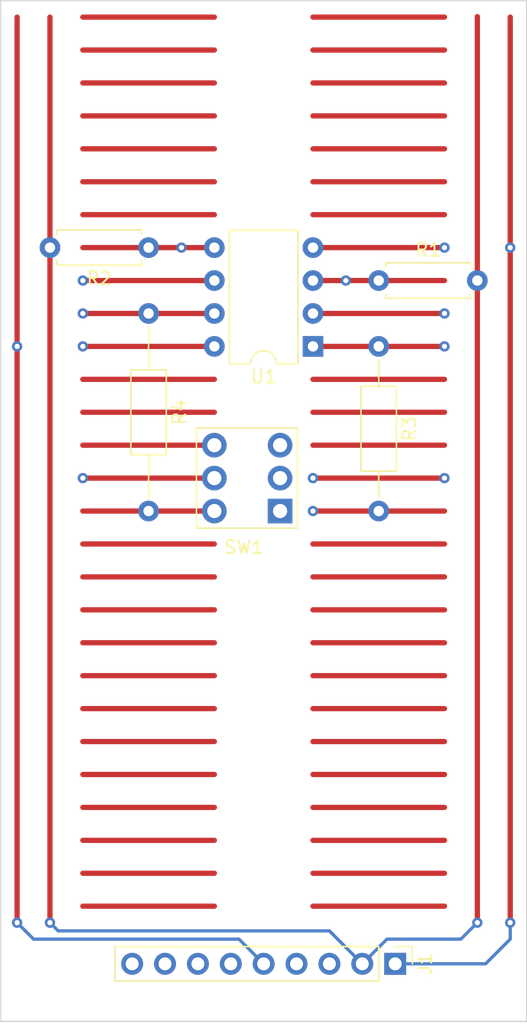
<source format=kicad_pcb>
(kicad_pcb (version 20211014) (generator pcbnew)
  (title_block (title "Bus Driver Prototype") (date "2022-05-28") (rev "1.0") (company "Len Popp") (comment 1 "Copyright © 2022 Len Popp CC BY") (comment 2 "Layout design for my custom Eurorack breadboard prototyping module"))
  (layers (0 "F.Cu" signal) (1 "In1.Cu" jumper "Wire1.Cu") (2 "In2.Cu" jumper "Wire2.Cu") (3 "In3.Cu" jumper "Wire3.Cu") (4 "In4.Cu" jumper "Wire4.Cu") (31 "B.Cu" signal) (34 "B.Paste" user) (35 "F.Paste" user) (36 "B.SilkS" user "B.Silkscreen") (37 "F.SilkS" user "F.Silkscreen") (38 "B.Mask" user) (39 "F.Mask" user) (44 "Edge.Cuts" user))
  (net 0 "")
  (net 1 "+12V")
  (net 2 "GND")
  (net 3 "-12V")
  (net 4 "+5V")
  (net 5 "BUS-GATE")
  (net 6 "BUS-CV")
  (net 8 "IN-GATE")
  (net 9 "IN-CV")
  (net 10 "OUT-CV")
  (net 11 "Net-(R3-Pad1)")
  (net 12 "OUT-GATE")
  (net 13 "Net-(R4-Pad1)")
  (net 15 "unconnected-(SW1-Pad6)")
  (footprint "Connector_PinHeader_2.54mm:PinHeader_1x09_P2.54mm_Vertical" (layer "F.Cu") (at 113.03 98.425 -90)
    (fp_text reference "J1" (at 0 -2.33 90) (layer "F.SilkS"))
    (fp_text value "Conn_01x09")
    (fp_line (start -1.33 21.65) (end 1.33 21.65) (layer "F.SilkS") (width 0.12))
    (fp_line (start -1.33 1.27) (end -1.33 21.65) (layer "F.SilkS") (width 0.12))
    (fp_line (start 1.33 1.27) (end 1.33 21.65) (layer "F.SilkS") (width 0.12))
    (fp_line (start -1.33 -1.33) (end 0 -1.33) (layer "F.SilkS") (width 0.12))
    (fp_line (start -1.33 1.27) (end 1.33 1.27) (layer "F.SilkS") (width 0.12))
    (fp_line (start -1.33 0) (end -1.33 -1.33) (layer "F.SilkS") (width 0.12))
    (pad "1" thru_hole rect locked (at 0 0 270) (size 1.7 1.7) (drill 1) (layers *.Cu *.Mask) (net 3 "-12V"))
    (pad "2" thru_hole oval locked (at 0 2.54 270) (size 1.7 1.7) (drill 1) (layers *.Cu *.Mask) (net 2 "GND"))
    (pad "3" thru_hole oval locked (at 0 5.08 270) (size 1.7 1.7) (drill 1) (layers *.Cu *.Mask) (net 8 "IN-GATE"))
    (pad "4" thru_hole oval locked (at 0 7.62 270) (size 1.7 1.7) (drill 1) (layers *.Cu *.Mask) (net 9 "IN-CV"))
    (pad "5" thru_hole oval locked (at 0 10.16 270) (size 1.7 1.7) (drill 1) (layers *.Cu *.Mask) (net 1 "+12V"))
    (pad "6" thru_hole oval locked (at 0 12.7 270) (size 1.7 1.7) (drill 1) (layers *.Cu *.Mask))
    (pad "7" thru_hole oval locked (at 0 15.24 270) (size 1.7 1.7) (drill 1) (layers *.Cu *.Mask) (net 4 "+5V"))
    (pad "8" thru_hole oval locked (at 0 17.78 270) (size 1.7 1.7) (drill 1) (layers *.Cu *.Mask) (net 6 "BUS-CV"))
    (pad "9" thru_hole oval locked (at 0 20.32 270) (size 1.7 1.7) (drill 1) (layers *.Cu *.Mask) (net 5 "BUS-GATE"))
  )
  (footprint "-lmp-stripboard:SB_Gen_5" (layer "F.Cu") (at 111.76 50.8 -90)
    (fp_text reference "R3" (at 6.35 -2.37 -90) (layer "F.SilkS"))
    (fp_text value "51R")
    (fp_line (start 9.62 1.37) (end 9.62 -1.37) (layer "F.SilkS") (width 0.12))
    (fp_line (start 9.62 -1.37) (end 3.08 -1.37) (layer "F.SilkS") (width 0.12))
    (fp_line (start 11.66 0) (end 9.62 0) (layer "F.SilkS") (width 0.12))
    (fp_line (start 3.08 1.37) (end 9.62 1.37) (layer "F.SilkS") (width 0.12))
    (fp_line (start 1.04 0) (end 3.08 0) (layer "F.SilkS") (width 0.12))
    (fp_line (start 3.08 -1.37) (end 3.08 1.37) (layer "F.SilkS") (width 0.12))
    (pad "1" thru_hole circle locked (at 0 0 270) (size 1.6 1.6) (drill 0.8) (layers *.Cu *.Mask) (net 11 "Net-(R3-Pad1)"))
    (pad "2" thru_hole oval locked (at 12.7 0 270) (size 1.6 1.6) (drill 0.8) (layers *.Cu *.Mask) (net 10 "OUT-CV"))
  )
  (footprint "-lmp-misc:SW_DPDT_THT_2.54" (layer "F.Cu") (at 104.14 63.5 180)
    (fp_text reference "SW1" (at 2.794 -2.794) (layer "F.SilkS"))
    (fp_text value "SW_DPDT")
    (fp_line (start -1.34112 6.4008) (end 6.46112 6.4008) (layer "F.SilkS") (width 0.12))
    (fp_line (start 6.46112 -1.3208) (end 6.46112 6.4008) (layer "F.SilkS") (width 0.12))
    (fp_line (start -1.34112 -1.3208) (end 6.46112 -1.3208) (layer "F.SilkS") (width 0.12))
    (fp_line (start -1.34112 6.4008) (end -1.34112 -1.3208) (layer "F.SilkS") (width 0.12))
    (pad "1" thru_hole rect (at 0 0 180) (size 1.905 1.905) (drill 1.0922) (layers *.Cu *.Mask) (net 10 "OUT-CV"))
    (pad "2" thru_hole circle (at 0 2.54 180) (size 1.905 1.905) (drill 1.0922) (layers *.Cu *.Mask) (net 6 "BUS-CV"))
    (pad "3" thru_hole circle (at 0 5.08 180) (size 1.905 1.905) (drill 1.0922) (layers *.Cu *.Mask))
    (pad "4" thru_hole circle (at 5.08 0 180) (size 1.905 1.905) (drill 1.0922) (layers *.Cu *.Mask) (net 12 "OUT-GATE"))
    (pad "5" thru_hole circle (at 5.08 2.54 180) (size 1.905 1.905) (drill 1.0922) (layers *.Cu *.Mask) (net 5 "BUS-GATE"))
    (pad "6" thru_hole circle (at 5.08 5.08 180) (size 1.905 1.905) (drill 1.0922) (layers *.Cu *.Mask) (net 15 "unconnected-(SW1-Pad6)"))
  )
  (footprint "-lmp-misc:R_Axial_DIN0207_L6.3mm_D2.5mm_P7.62mm_Horizontal" (layer "F.Cu") (at 111.76 45.72)
    (fp_text reference "R1" (at 3.81 -2.37) (layer "F.SilkS"))
    (fp_text value "1M")
    (fp_line (start 0.54 1.37) (end 7.08 1.37) (layer "F.SilkS") (width 0.12))
    (fp_line (start 0.54 -1.04) (end 0.54 -1.37) (layer "F.SilkS") (width 0.12))
    (fp_line (start 7.08 -1.37) (end 7.08 -1.04) (layer "F.SilkS") (width 0.12))
    (fp_line (start 0.54 1.04) (end 0.54 1.37) (layer "F.SilkS") (width 0.12))
    (fp_line (start 0.54 -1.37) (end 7.08 -1.37) (layer "F.SilkS") (width 0.12))
    (fp_line (start 7.08 1.37) (end 7.08 1.04) (layer "F.SilkS") (width 0.12))
    (pad "1" thru_hole circle locked (at 0 0) (size 1.6 1.6) (drill 0.8) (layers *.Cu *.Mask) (net 9 "IN-CV"))
    (pad "2" thru_hole oval locked (at 7.62 0) (size 1.6 1.6) (drill 0.8) (layers *.Cu *.Mask) (net 2 "GND"))
  )
  (footprint "-lmp-misc:R_Axial_DIN0207_L6.3mm_D2.5mm_P7.62mm_Horizontal" (layer "F.Cu") (at 93.98 43.18 180)
    (fp_text reference "R2" (at 3.81 -2.37) (layer "F.SilkS"))
    (fp_text value "1M")
    (fp_line (start 7.08 1.37) (end 7.08 1.04) (layer "F.SilkS") (width 0.12))
    (fp_line (start 0.54 1.04) (end 0.54 1.37) (layer "F.SilkS") (width 0.12))
    (fp_line (start 7.08 -1.37) (end 7.08 -1.04) (layer "F.SilkS") (width 0.12))
    (fp_line (start 0.54 -1.04) (end 0.54 -1.37) (layer "F.SilkS") (width 0.12))
    (fp_line (start 0.54 1.37) (end 7.08 1.37) (layer "F.SilkS") (width 0.12))
    (fp_line (start 0.54 -1.37) (end 7.08 -1.37) (layer "F.SilkS") (width 0.12))
    (pad "1" thru_hole circle locked (at 0 0 180) (size 1.6 1.6) (drill 0.8) (layers *.Cu *.Mask) (net 8 "IN-GATE"))
    (pad "2" thru_hole oval locked (at 7.62 0 180) (size 1.6 1.6) (drill 0.8) (layers *.Cu *.Mask) (net 2 "GND"))
  )
  (footprint "-lmp-stripboard:SB_Gen_6" (layer "F.Cu") (at 93.98 48.26 -90)
    (fp_text reference "R4" (at 7.62 -2.37 -90) (layer "F.SilkS"))
    (fp_text value "51R")
    (fp_line (start 10.89 -1.37) (end 4.35 -1.37) (layer "F.SilkS") (width 0.12))
    (fp_line (start 4.35 -1.37) (end 4.35 1.37) (layer "F.SilkS") (width 0.12))
    (fp_line (start 1.04 0) (end 4.35 0) (layer "F.SilkS") (width 0.12))
    (fp_line (start 14.2 0) (end 10.89 0) (layer "F.SilkS") (width 0.12))
    (fp_line (start 10.89 1.37) (end 10.89 -1.37) (layer "F.SilkS") (width 0.12))
    (fp_line (start 4.35 1.37) (end 10.89 1.37) (layer "F.SilkS") (width 0.12))
    (pad "1" thru_hole circle locked (at 0 0 270) (size 1.6 1.6) (drill 0.8) (layers *.Cu *.Mask) (net 13 "Net-(R4-Pad1)"))
    (pad "2" thru_hole oval locked (at 15.24 0 270) (size 1.6 1.6) (drill 0.8) (layers *.Cu *.Mask) (net 12 "OUT-GATE"))
  )
  (footprint "Package_DIP:DIP-8_W7.62mm" (layer "F.Cu") (at 106.68 50.8 180)
    (fp_text reference "U1" (at 3.81 -2.33) (layer "F.SilkS"))
    (fp_text value "TL072")
    (fp_line (start 1.16 8.95) (end 6.46 8.95) (layer "F.SilkS") (width 0.12))
    (fp_line (start 6.46 -1.33) (end 4.81 -1.33) (layer "F.SilkS") (width 0.12))
    (fp_line (start 6.46 8.95) (end 6.46 -1.33) (layer "F.SilkS") (width 0.12))
    (fp_line (start 2.81 -1.33) (end 1.16 -1.33) (layer "F.SilkS") (width 0.12))
    (fp_line (start 1.16 -1.33) (end 1.16 8.95) (layer "F.SilkS") (width 0.12))
    (fp_arc (start 4.81 -1.33) (mid 3.81 -0.33) (end 2.81 -1.33) (layer "F.SilkS") (width 0.12))
    (pad "1" thru_hole rect (at 0 0 180) (size 1.6 1.6) (drill 0.8) (layers *.Cu *.Mask) (net 11 "Net-(R3-Pad1)"))
    (pad "2" thru_hole oval (at 0 2.54 180) (size 1.6 1.6) (drill 0.8) (layers *.Cu *.Mask) (net 11 "Net-(R3-Pad1)"))
    (pad "3" thru_hole oval (at 0 5.08 180) (size 1.6 1.6) (drill 0.8) (layers *.Cu *.Mask) (net 9 "IN-CV"))
    (pad "4" thru_hole oval (at 0 7.62 180) (size 1.6 1.6) (drill 0.8) (layers *.Cu *.Mask) (net 3 "-12V"))
    (pad "5" thru_hole oval (at 7.62 7.62 180) (size 1.6 1.6) (drill 0.8) (layers *.Cu *.Mask) (net 8 "IN-GATE"))
    (pad "6" thru_hole oval (at 7.62 5.08 180) (size 1.6 1.6) (drill 0.8) (layers *.Cu *.Mask) (net 13 "Net-(R4-Pad1)"))
    (pad "7" thru_hole oval (at 7.62 2.54 180) (size 1.6 1.6) (drill 0.8) (layers *.Cu *.Mask) (net 13 "Net-(R4-Pad1)"))
    (pad "8" thru_hole oval (at 7.62 0 180) (size 1.6 1.6) (drill 0.8) (layers *.Cu *.Mask) (net 1 "+12V"))
  )
  (gr_line (start 123.19 102.87) (end 82.55 102.87) (layer "Edge.Cuts") (width 0.1))
  (gr_line (start 123.19 24.13) (end 123.19 102.87) (layer "Edge.Cuts") (width 0.1))
  (gr_line (start 82.55 102.87) (end 82.55 24.13) (layer "Edge.Cuts") (width 0.1))
  (gr_line (start 82.55 24.13) (end 123.19 24.13) (layer "Edge.Cuts") (width 0.1))
  (segment (start 99.06 38.1) (end 88.9 38.1) (width 0.4064) (layer "F.Cu") (net 0))
  (segment (start 99.06 78.74) (end 88.9 78.74) (width 0.4064) (layer "F.Cu") (net 0))
  (segment (start 99.06 86.36) (end 88.9 86.36) (width 0.4064) (layer "F.Cu") (net 0))
  (segment (start 99.06 40.64) (end 88.9 40.64) (width 0.4064) (layer "F.Cu") (net 0))
  (segment (start 116.84 78.74) (end 106.68 78.74) (width 0.4064) (layer "F.Cu") (net 0))
  (segment (start 99.06 55.88) (end 88.9 55.88) (width 0.4064) (layer "F.Cu") (net 0))
  (segment (start 116.84 73.66) (end 106.68 73.66) (width 0.4064) (layer "F.Cu") (net 0))
  (segment (start 99.06 27.94) (end 88.9 27.94) (width 0.4064) (layer "F.Cu") (net 0))
  (segment (start 99.06 68.58) (end 88.9 68.58) (width 0.4064) (layer "F.Cu") (net 0))
  (segment (start 99.06 33.02) (end 88.9 33.02) (width 0.4064) (layer "F.Cu") (net 0))
  (segment (start 99.06 88.9) (end 88.9 88.9) (width 0.4064) (layer "F.Cu") (net 0))
  (segment (start 99.06 71.12) (end 88.9 71.12) (width 0.4064) (layer "F.Cu") (net 0))
  (segment (start 99.06 91.44) (end 88.9 91.44) (width 0.4064) (layer "F.Cu") (net 0))
  (segment (start 99.06 83.82) (end 88.9 83.82) (width 0.4064) (layer "F.Cu") (net 0))
  (segment (start 116.84 66.04) (end 106.68 66.04) (width 0.4064) (layer "F.Cu") (net 0))
  (segment (start 99.06 73.66) (end 88.9 73.66) (width 0.4064) (layer "F.Cu") (net 0))
  (segment (start 99.06 93.98) (end 88.9 93.98) (width 0.4064) (layer "F.Cu") (net 0))
  (segment (start 116.84 40.64) (end 106.68 40.64) (width 0.4064) (layer "F.Cu") (net 0))
  (segment (start 99.06 76.2) (end 88.9 76.2) (width 0.4064) (layer "F.Cu") (net 0))
  (segment (start 99.06 30.48) (end 88.9 30.48) (width 0.4064) (layer "F.Cu") (net 0))
  (segment (start 116.84 81.28) (end 106.68 81.28) (width 0.4064) (layer "F.Cu") (net 0))
  (segment (start 99.06 81.28) (end 88.9 81.28) (width 0.4064) (layer "F.Cu") (net 0))
  (segment (start 99.06 35.56) (end 88.9 35.56) (width 0.4064) (layer "F.Cu") (net 0))
  (segment (start 99.06 25.4) (end 88.9 25.4) (width 0.4064) (layer "F.Cu") (net 0))
  (segment (start 99.06 53.34) (end 88.9 53.34) (width 0.4064) (layer "F.Cu") (net 0))
  (segment (start 116.84 88.9) (end 106.68 88.9) (width 0.4064) (layer "F.Cu") (net 0))
  (segment (start 116.84 93.98) (end 106.68 93.98) (width 0.4064) (layer "F.Cu") (net 0))
  (segment (start 99.06 66.04) (end 88.9 66.04) (width 0.4064) (layer "F.Cu") (net 0))
  (segment (start 116.84 86.36) (end 106.68 86.36) (width 0.4064) (layer "F.Cu") (net 0))
  (segment (start 116.84 76.2) (end 106.68 76.2) (width 0.4064) (layer "F.Cu") (net 0))
  (segment (start 116.84 25.4) (end 106.68 25.4) (width 0.4064) (layer "F.Cu") (net 0))
  (segment (start 116.84 27.94) (end 106.68 27.94) (width 0.4064) (layer "F.Cu") (net 0))
  (segment (start 116.84 35.56) (end 106.68 35.56) (width 0.4064) (layer "F.Cu") (net 0))
  (segment (start 116.84 38.1) (end 106.68 38.1) (width 0.4064) (layer "F.Cu") (net 0))
  (segment (start 116.84 53.34) (end 106.68 53.34) (width 0.4064) (layer "F.Cu") (net 0))
  (segment (start 116.84 68.58) (end 106.68 68.58) (width 0.4064) (layer "F.Cu") (net 0))
  (segment (start 116.84 30.48) (end 106.68 30.48) (width 0.4064) (layer "F.Cu") (net 0))
  (segment (start 116.84 33.02) (end 106.68 33.02) (width 0.4064) (layer "F.Cu") (net 0))
  (segment (start 116.84 58.42) (end 106.68 58.42) (width 0.4064) (layer "F.Cu") (net 0))
  (segment (start 116.84 83.82) (end 106.68 83.82) (width 0.4064) (layer "F.Cu") (net 0))
  (segment (start 116.84 71.12) (end 106.68 71.12) (width 0.4064) (layer "F.Cu") (net 0))
  (segment (start 116.84 91.44) (end 106.68 91.44) (width 0.4064) (layer "F.Cu") (net 0))
  (segment (start 116.84 55.88) (end 106.68 55.88) (width 0.4064) (layer "F.Cu") (net 0))
  (segment (start 99.06 50.8) (end 88.9 50.8) (width 0.4064) (layer "F.Cu") (net 1))
  (segment (start 83.82 25.4) (end 83.82 50.8) (width 0.4064) (layer "F.Cu") (net 1))
  (segment (start 83.82 95.25) (end 83.82 95.25) (width 0.4064) (layer "F.Cu") (net 1))
  (segment (start 83.82 50.8) (end 83.82 95.25) (width 0.4064) (layer "F.Cu") (net 1))
  (via (at 83.82 95.25) (size 0.8) (drill 0.4) (layers "F.Cu" "B.Cu") (net 1))
  (via (at 88.9 50.8) (size 0.8) (drill 0.4) (layers "F.Cu" "B.Cu") (net 1))
  (via (at 83.82 50.8) (size 0.8) (drill 0.4) (layers "F.Cu" "B.Cu") (net 1))
  (segment (start 102.87 98.425) (end 100.965 96.52) (width 0.25) (layer "B.Cu") (net 1))
  (segment (start 85.09 96.52) (end 84.219999 95.649999) (width 0.25) (layer "B.Cu") (net 1))
  (segment (start 100.965 96.52) (end 85.09 96.52) (width 0.25) (layer "B.Cu") (net 1))
  (segment (start 84.219999 95.649999) (end 83.82 95.25) (width 0.25) (layer "B.Cu") (net 1))
  (segment (start 86.36 25.4) (end 86.36 95.25) (width 0.4064) (layer "F.Cu") (net 2))
  (segment (start 119.38 25.36) (end 119.38 95.25) (width 0.4064) (layer "F.Cu") (net 2))
  (segment (start 119.38 95.25) (end 119.38 95.25) (width 0.4064) (layer "F.Cu") (net 2))
  (segment (start 86.36 95.25) (end 86.36 95.25) (width 0.4064) (layer "F.Cu") (net 2))
  (via (at 119.38 95.25) (size 0.8) (drill 0.4) (layers "F.Cu" "B.Cu") (net 2))
  (via (at 86.36 95.25) (size 0.8) (drill 0.4) (layers "F.Cu" "B.Cu") (net 2))
  (segment (start 86.36 95.25) (end 86.995 95.885) (width 0.25) (layer "B.Cu") (net 2))
  (segment (start 107.95 95.885) (end 110.49 98.425) (width 0.25) (layer "B.Cu") (net 2))
  (segment (start 112.395 96.52) (end 110.49 98.425) (width 0.25) (layer "B.Cu") (net 2))
  (segment (start 119.38 95.25) (end 118.11 96.52) (width 0.25) (layer "B.Cu") (net 2))
  (segment (start 118.11 96.52) (end 112.395 96.52) (width 0.25) (layer "B.Cu") (net 2))
  (segment (start 86.995 95.885) (end 107.95 95.885) (width 0.25) (layer "B.Cu") (net 2))
  (segment (start 121.92 25.4) (end 121.92 43.18) (width 0.4064) (layer "F.Cu") (net 3))
  (segment (start 116.84 43.18) (end 106.68 43.18) (width 0.4064) (layer "F.Cu") (net 3))
  (segment (start 121.92 95.25) (end 121.92 95.25) (width 0.4064) (layer "F.Cu") (net 3))
  (segment (start 121.92 43.18) (end 121.92 95.25) (width 0.4064) (layer "F.Cu") (net 3))
  (via (at 121.92 43.18) (size 0.8) (drill 0.4) (layers "F.Cu" "B.Cu") (net 3))
  (via (at 121.92 95.25) (size 0.8) (drill 0.4) (layers "F.Cu" "B.Cu") (net 3))
  (via (at 116.84 43.18) (size 0.8) (drill 0.4) (layers "F.Cu" "B.Cu") (net 3))
  (segment (start 121.92 95.25) (end 121.92 96.52) (width 0.25) (layer "B.Cu") (net 3))
  (segment (start 120.015 98.425) (end 113.03 98.425) (width 0.25) (layer "B.Cu") (net 3))
  (segment (start 121.92 96.52) (end 120.015 98.425) (width 0.25) (layer "B.Cu") (net 3))
  (segment (start 99.06 60.96) (end 88.9 60.96) (width 0.4064) (layer "F.Cu") (net 5))
  (via (at 88.9 60.96) (size 0.8) (drill 0.4) (layers "F.Cu" "B.Cu") (net 5))
  (segment (start 116.84 60.96) (end 106.68 60.96) (width 0.4064) (layer "F.Cu") (net 6))
  (via (at 106.68 60.96) (size 0.8) (drill 0.4) (layers "F.Cu" "B.Cu") (net 6))
  (via (at 116.84 60.96) (size 0.8) (drill 0.4) (layers "F.Cu" "B.Cu") (net 6))
  (segment (start 99.06 43.18) (end 96.52 43.18) (width 0.4064) (layer "F.Cu") (net 8))
  (segment (start 96.52 43.18) (end 88.9 43.18) (width 0.4064) (layer "F.Cu") (net 8))
  (via (at 96.52 43.18) (size 0.8) (drill 0.4) (layers "F.Cu" "B.Cu") (net 8))
  (segment (start 116.84 45.72) (end 109.22 45.72) (width 0.4064) (layer "F.Cu") (net 9))
  (segment (start 109.22 45.72) (end 106.68 45.72) (width 0.4064) (layer "F.Cu") (net 9))
  (via (at 109.22 45.72) (size 0.8) (drill 0.4) (layers "F.Cu" "B.Cu") (net 9))
  (segment (start 116.84 63.5) (end 106.68 63.5) (width 0.4064) (layer "F.Cu") (net 10))
  (via (at 106.68 63.5) (size 0.8) (drill 0.4) (layers "F.Cu" "B.Cu") (net 10))
  (segment (start 116.84 48.26) (end 106.68 48.26) (width 0.4064) (layer "F.Cu") (net 11))
  (segment (start 116.84 50.8) (end 106.68 50.8) (width 0.4064) (layer "F.Cu") (net 11))
  (via (at 116.84 48.26) (size 0.8) (drill 0.4) (layers "F.Cu" "B.Cu") (net 11))
  (via (at 116.84 50.8) (size 0.8) (drill 0.4) (layers "F.Cu" "B.Cu") (net 11))
  (segment (start 99.06 63.5) (end 88.9 63.5) (width 0.4064) (layer "F.Cu") (net 12))
  (segment (start 99.06 48.26) (end 88.9 48.26) (width 0.4064) (layer "F.Cu") (net 13))
  (segment (start 99.06 45.72) (end 88.9 45.72) (width 0.4064) (layer "F.Cu") (net 13))
  (via (at 88.9 45.72) (size 0.8) (drill 0.4) (layers "F.Cu" "B.Cu") (net 13))
  (via (at 88.9 48.26) (size 0.8) (drill 0.4) (layers "F.Cu" "B.Cu") (net 13))
  (segment (start 99.06 58.42) (end 88.9 58.42) (width 0.4064) (layer "F.Cu") (net 15))
)
</source>
